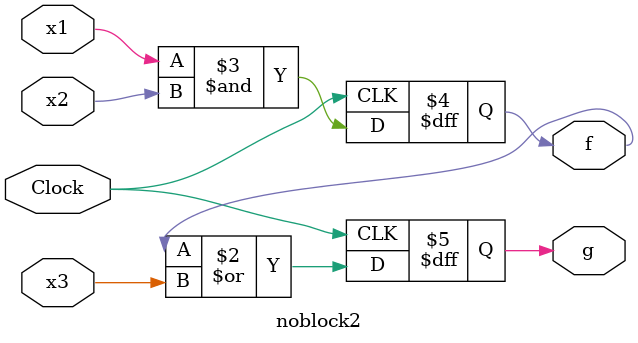
<source format=v>
module noblock2 (x1, x2, x3, Clock, f, g);
    
    input x1, x2, x3, Clock;
    output f, g;
    reg f, g;
    
    always @(posedge Clock)
	begin
	  g <= f | x3;
      f <= x1 & x2; 
    end  
endmodule
</source>
